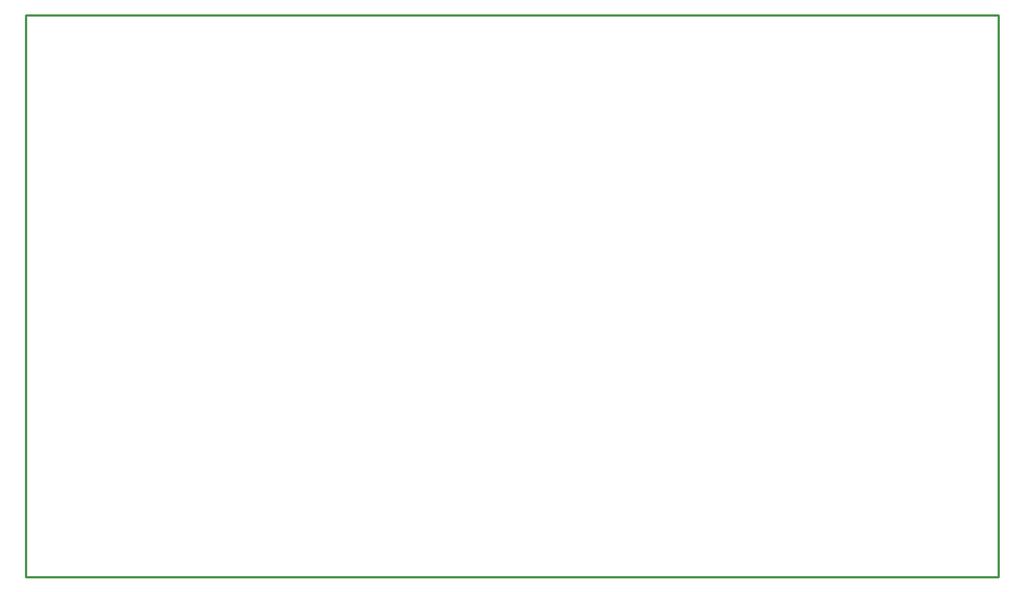
<source format=gm1>
G04*
G04 #@! TF.GenerationSoftware,Altium Limited,Altium Designer,19.1.8 (144)*
G04*
G04 Layer_Color=16711935*
%FSLAX25Y25*%
%MOIN*%
G70*
G01*
G75*
%ADD10C,0.01000*%
D10*
X1000Y1000D02*
X430500D01*
X430500Y249000D02*
X430500Y1000D01*
X1000Y249000D02*
X430500D01*
X1000D02*
X1000Y1000D01*
M02*

</source>
